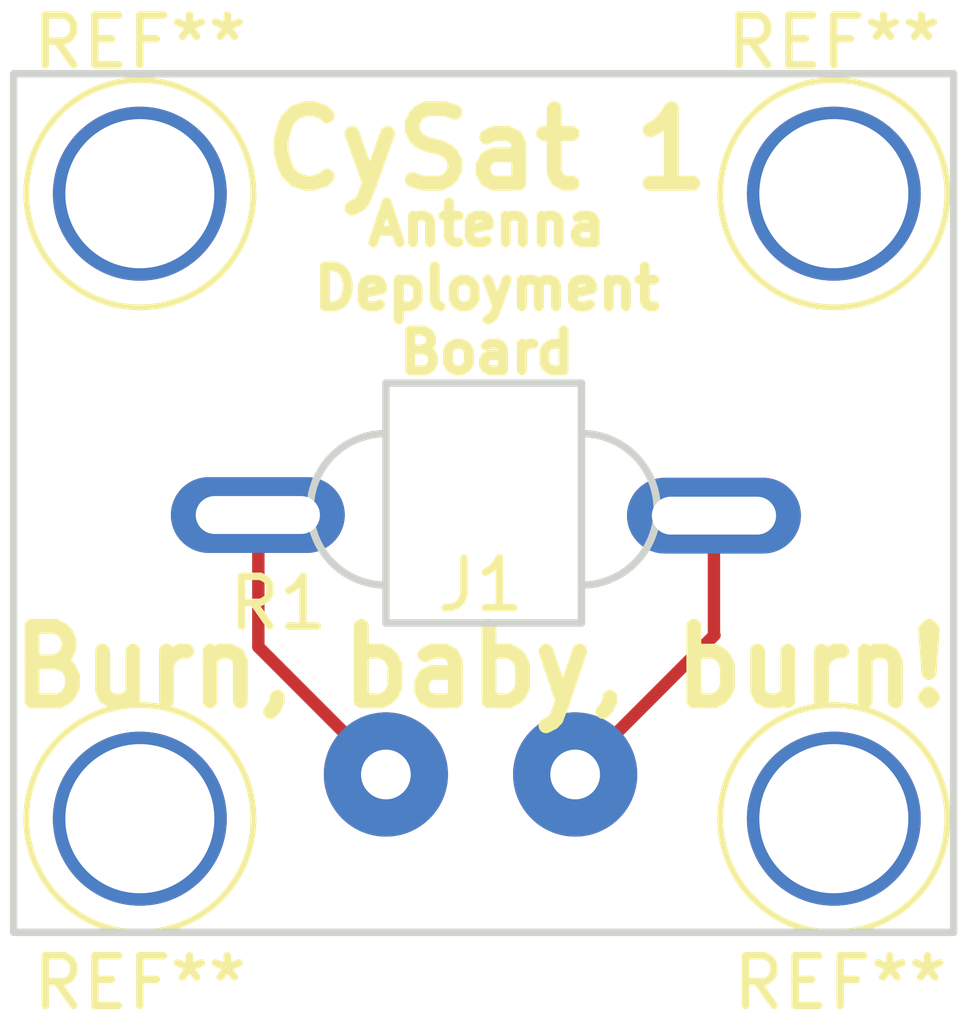
<source format=kicad_pcb>
(kicad_pcb (version 20171130) (host pcbnew 5.0.0)

  (general
    (thickness 1.6)
    (drawings 13)
    (tracks 5)
    (zones 0)
    (modules 6)
    (nets 3)
  )

  (page A4)
  (layers
    (0 F.Cu signal)
    (31 B.Cu signal)
    (32 B.Adhes user)
    (33 F.Adhes user)
    (34 B.Paste user)
    (35 F.Paste user)
    (36 B.SilkS user)
    (37 F.SilkS user)
    (38 B.Mask user)
    (39 F.Mask user)
    (40 Dwgs.User user)
    (41 Cmts.User user)
    (42 Eco1.User user)
    (43 Eco2.User user)
    (44 Edge.Cuts user)
    (45 Margin user)
    (46 B.CrtYd user)
    (47 F.CrtYd user)
    (48 B.Fab user)
    (49 F.Fab user)
  )

  (setup
    (last_trace_width 0.25)
    (trace_clearance 0.2)
    (zone_clearance 0.508)
    (zone_45_only no)
    (trace_min 0.2)
    (segment_width 0.2)
    (edge_width 0.15)
    (via_size 0.8)
    (via_drill 0.4)
    (via_min_size 0.4)
    (via_min_drill 0.3)
    (uvia_size 0.3)
    (uvia_drill 0.1)
    (uvias_allowed no)
    (uvia_min_size 0.2)
    (uvia_min_drill 0.1)
    (pcb_text_width 0.3)
    (pcb_text_size 1.5 1.5)
    (mod_edge_width 0.15)
    (mod_text_size 1 1)
    (mod_text_width 0.15)
    (pad_size 2.49936 2.49936)
    (pad_drill 1.00076)
    (pad_to_mask_clearance 0.2)
    (aux_axis_origin 0 0)
    (visible_elements FFFFFF7F)
    (pcbplotparams
      (layerselection 0x010fc_ffffffff)
      (usegerberextensions false)
      (usegerberattributes false)
      (usegerberadvancedattributes false)
      (creategerberjobfile false)
      (excludeedgelayer true)
      (linewidth 0.100000)
      (plotframeref false)
      (viasonmask false)
      (mode 1)
      (useauxorigin false)
      (hpglpennumber 1)
      (hpglpenspeed 20)
      (hpglpendiameter 15.000000)
      (psnegative false)
      (psa4output false)
      (plotreference true)
      (plotvalue true)
      (plotinvisibletext false)
      (padsonsilk false)
      (subtractmaskfromsilk false)
      (outputformat 1)
      (mirror false)
      (drillshape 0)
      (scaleselection 1)
      (outputdirectory "Gerber/"))
  )

  (net 0 "")
  (net 1 "Net-(J1-Pad1)")
  (net 2 "Net-(J1-Pad2)")

  (net_class Default "This is the default net class."
    (clearance 0.2)
    (trace_width 0.25)
    (via_dia 0.8)
    (via_drill 0.4)
    (uvia_dia 0.3)
    (uvia_drill 0.1)
    (add_net "Net-(J1-Pad1)")
    (add_net "Net-(J1-Pad2)")
  )

  (module Connectors:1pin (layer F.Cu) (tedit 5B9994E1) (tstamp 5BB69AC2)
    (at 118.237 103.886)
    (descr "module 1 pin (ou trou mecanique de percage)")
    (tags DEV)
    (fp_text reference REF** (at 0 3.302) (layer F.SilkS)
      (effects (font (size 1 1) (thickness 0.15)))
    )
    (fp_text value 1pin (at 0 3) (layer F.Fab)
      (effects (font (size 1 1) (thickness 0.15)))
    )
    (fp_circle (center 0 0) (end 0 -2.286) (layer F.SilkS) (width 0.12))
    (fp_circle (center 0 0) (end 2.6 0) (layer F.CrtYd) (width 0.05))
    (fp_circle (center 0 0) (end 2 0.8) (layer F.Fab) (width 0.1))
    (pad 1 thru_hole circle (at 0 0) (size 3.5 3.5) (drill 3) (layers *.Cu *.Mask))
  )

  (module Connectors:1pin (layer F.Cu) (tedit 5B9994E1) (tstamp 5BB69AB3)
    (at 132.207 103.886)
    (descr "module 1 pin (ou trou mecanique de percage)")
    (tags DEV)
    (fp_text reference REF** (at 0.127 3.302) (layer F.SilkS)
      (effects (font (size 1 1) (thickness 0.15)))
    )
    (fp_text value 1pin (at 0 3) (layer F.Fab)
      (effects (font (size 1 1) (thickness 0.15)))
    )
    (fp_circle (center 0 0) (end 2 0.8) (layer F.Fab) (width 0.1))
    (fp_circle (center 0 0) (end 2.6 0) (layer F.CrtYd) (width 0.05))
    (fp_circle (center 0 0) (end 0 -2.286) (layer F.SilkS) (width 0.12))
    (pad 1 thru_hole circle (at 0 0) (size 3.5 3.5) (drill 3) (layers *.Cu *.Mask))
  )

  (module Connectors:1pin (layer F.Cu) (tedit 5B9994E1) (tstamp 5BB69AA4)
    (at 118.237 91.313)
    (descr "module 1 pin (ou trou mecanique de percage)")
    (tags DEV)
    (fp_text reference REF** (at 0 -3.048) (layer F.SilkS)
      (effects (font (size 1 1) (thickness 0.15)))
    )
    (fp_text value 1pin (at 0 3) (layer F.Fab)
      (effects (font (size 1 1) (thickness 0.15)))
    )
    (fp_circle (center 0 0) (end 2 0.8) (layer F.Fab) (width 0.1))
    (fp_circle (center 0 0) (end 2.6 0) (layer F.CrtYd) (width 0.05))
    (fp_circle (center 0 0) (end 0 -2.286) (layer F.SilkS) (width 0.12))
    (pad 1 thru_hole circle (at 0 0) (size 3.5 3.5) (drill 3) (layers *.Cu *.Mask))
  )

  (module Wire_Pads:SolderWirePad_2x_1mmDrill (layer F.Cu) (tedit 5B9998EE) (tstamp 5BB69B6E)
    (at 125.095 102.997)
    (path /5B997A15)
    (fp_text reference J1 (at 0 -3.81) (layer F.SilkS)
      (effects (font (size 1 1) (thickness 0.15)))
    )
    (fp_text value Conn_01x02 (at 0.635 3.81) (layer F.Fab)
      (effects (font (size 1 1) (thickness 0.15)))
    )
    (pad 1 thru_hole circle (at -1.905 0) (size 2.49936 2.49936) (drill 1.00076) (layers *.Cu *.Mask)
      (net 1 "Net-(J1-Pad1)"))
    (pad 1 thru_hole circle (at 1.905 0) (size 2.49936 2.49936) (drill 1.00076) (layers *.Cu *.Mask)
      (net 2 "Net-(J1-Pad2)"))
  )

  (module AntennaDeploymentBracket:AntennaDeploymentBracket (layer F.Cu) (tedit 5B9998E9) (tstamp 5BAD3A02)
    (at 125.3744 97.7519)
    (path /5B9978D9)
    (fp_text reference R1 (at -4.3535 1.8034) (layer F.SilkS)
      (effects (font (size 1 1) (thickness 0.15)))
    )
    (fp_text value 10Ohm (at 0.1651 -1.778) (layer F.Fab)
      (effects (font (size 1 1) (thickness 0.15)))
    )
    (pad 1 thru_hole oval (at -4.7625 0.0254) (size 3.5 1.524) (drill oval 2.5 0.762) (layers *.Cu *.Mask)
      (net 1 "Net-(J1-Pad1)"))
    (pad 2 thru_hole oval (at 4.4196 0.0381) (size 3.5 1.524) (drill oval 2.5 0.762) (layers *.Cu *.Mask)
      (net 2 "Net-(J1-Pad2)"))
  )

  (module Connectors:1pin (layer F.Cu) (tedit 5B9994E1) (tstamp 5BB69A66)
    (at 132.207 91.313)
    (descr "module 1 pin (ou trou mecanique de percage)")
    (tags DEV)
    (fp_text reference REF** (at 0 -3.048) (layer F.SilkS)
      (effects (font (size 1 1) (thickness 0.15)))
    )
    (fp_text value 1pin (at 0 3) (layer F.Fab)
      (effects (font (size 1 1) (thickness 0.15)))
    )
    (fp_circle (center 0 0) (end 0 -2.286) (layer F.SilkS) (width 0.12))
    (fp_circle (center 0 0) (end 2.6 0) (layer F.CrtYd) (width 0.05))
    (fp_circle (center 0 0) (end 2 0.8) (layer F.Fab) (width 0.1))
    (pad 1 thru_hole circle (at 0 0) (size 3.5 3.5) (drill 3) (layers *.Cu *.Mask))
  )

  (gr_text "Antenna\nDeployment\nBoard" (at 125.222 93.218) (layer F.SilkS)
    (effects (font (size 0.8 0.8) (thickness 0.2)))
  )
  (gr_text "CySat 1\n" (at 125.222 90.424) (layer F.SilkS)
    (effects (font (size 1.5 1.5) (thickness 0.3)))
  )
  (gr_text "Burn, baby, burn!" (at 125.095 100.838) (layer F.SilkS)
    (effects (font (size 1.5 1.42) (thickness 0.3)))
  )
  (gr_line (start 134.62 88.9) (end 115.697 88.9) (layer Edge.Cuts) (width 0.15))
  (gr_line (start 134.62 106.172) (end 134.62 88.9) (layer Edge.Cuts) (width 0.15))
  (gr_line (start 115.697 106.172) (end 134.62 106.172) (layer Edge.Cuts) (width 0.15))
  (gr_line (start 115.697 88.9) (end 115.697 106.172) (layer Edge.Cuts) (width 0.15))
  (gr_arc (start 123.19 97.663) (end 123.19 96.139) (angle -180) (layer Edge.Cuts) (width 0.15) (tstamp 5BB69B79))
  (gr_arc (start 127.127 97.663) (end 127.127 99.187) (angle -180) (layer Edge.Cuts) (width 0.15) (tstamp 5BB69B67))
  (gr_line (start 123.19 99.949) (end 123.19 95.123) (layer Edge.Cuts) (width 0.15) (tstamp 5BB69B85))
  (gr_line (start 127.127 99.949) (end 123.19 99.949) (layer Edge.Cuts) (width 0.15) (tstamp 5BB69B7F))
  (gr_line (start 127.127 95.123) (end 127.127 99.949) (layer Edge.Cuts) (width 0.15) (tstamp 5BB69B82))
  (gr_line (start 123.19 95.123) (end 127.127 95.123) (layer Edge.Cuts) (width 0.15) (tstamp 5BB69B7C))

  (segment (start 120.622 100.429) (end 120.622 97.663) (width 0.25) (layer F.Cu) (net 1) (tstamp 5BB69BC1))
  (segment (start 123.19 102.997) (end 120.622 100.429) (width 0.25) (layer F.Cu) (net 1))
  (segment (start 129.8041 100.1929) (end 127 102.997) (width 0.25) (layer F.Cu) (net 2))
  (segment (start 129.794 100.1828) (end 129.794 97.79) (width 0.25) (layer F.Cu) (net 2))
  (segment (start 129.8041 100.1929) (end 129.794 100.1828) (width 0.25) (layer F.Cu) (net 2))

)

</source>
